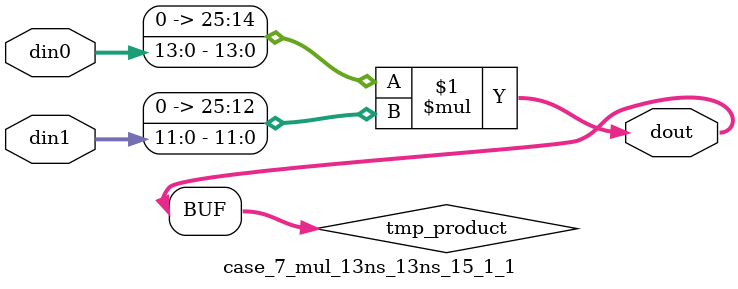
<source format=v>

`timescale 1 ns / 1 ps

 (* use_dsp = "no" *)  module case_7_mul_13ns_13ns_15_1_1(din0, din1, dout);
parameter ID = 1;
parameter NUM_STAGE = 0;
parameter din0_WIDTH = 14;
parameter din1_WIDTH = 12;
parameter dout_WIDTH = 26;

input [din0_WIDTH - 1 : 0] din0; 
input [din1_WIDTH - 1 : 0] din1; 
output [dout_WIDTH - 1 : 0] dout;

wire signed [dout_WIDTH - 1 : 0] tmp_product;
























assign tmp_product = $signed({1'b0, din0}) * $signed({1'b0, din1});











assign dout = tmp_product;





















endmodule

</source>
